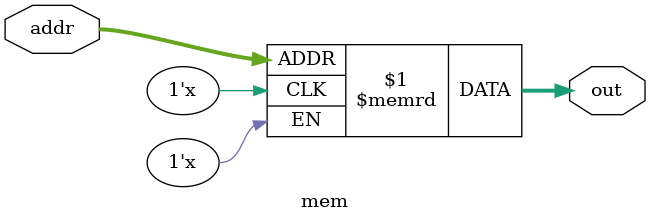
<source format=v>
module mem(addr, out);
  input [1:0] addr;
  output [3:0] out;

  reg [3:0] memory [3:0];

  assign out = memory[addr];

endmodule

</source>
